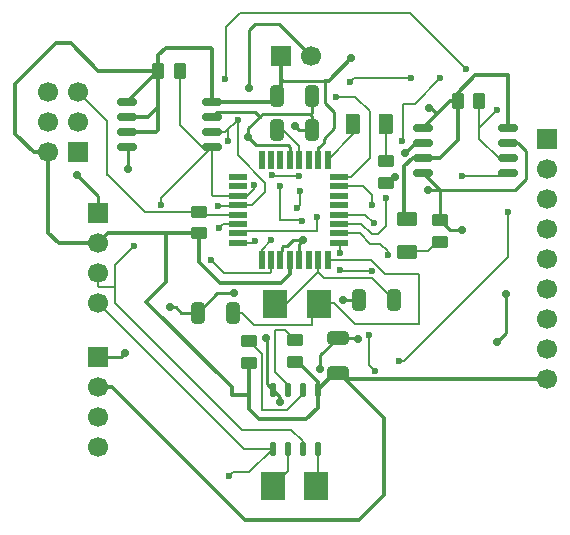
<source format=gbr>
%TF.GenerationSoftware,KiCad,Pcbnew,9.0.1*%
%TF.CreationDate,2025-11-16T15:10:03+03:00*%
%TF.ProjectId,MCU Datalogger wirh 512KB EEPROM,4d435520-4461-4746-916c-6f6767657220,1*%
%TF.SameCoordinates,Original*%
%TF.FileFunction,Copper,L1,Top*%
%TF.FilePolarity,Positive*%
%FSLAX46Y46*%
G04 Gerber Fmt 4.6, Leading zero omitted, Abs format (unit mm)*
G04 Created by KiCad (PCBNEW 9.0.1) date 2025-11-16 15:10:03*
%MOMM*%
%LPD*%
G01*
G04 APERTURE LIST*
G04 Aperture macros list*
%AMRoundRect*
0 Rectangle with rounded corners*
0 $1 Rounding radius*
0 $2 $3 $4 $5 $6 $7 $8 $9 X,Y pos of 4 corners*
0 Add a 4 corners polygon primitive as box body*
4,1,4,$2,$3,$4,$5,$6,$7,$8,$9,$2,$3,0*
0 Add four circle primitives for the rounded corners*
1,1,$1+$1,$2,$3*
1,1,$1+$1,$4,$5*
1,1,$1+$1,$6,$7*
1,1,$1+$1,$8,$9*
0 Add four rect primitives between the rounded corners*
20,1,$1+$1,$2,$3,$4,$5,0*
20,1,$1+$1,$4,$5,$6,$7,0*
20,1,$1+$1,$6,$7,$8,$9,0*
20,1,$1+$1,$8,$9,$2,$3,0*%
G04 Aperture macros list end*
%TA.AperFunction,SMDPad,CuDef*%
%ADD10RoundRect,0.162500X-0.650000X-0.162500X0.650000X-0.162500X0.650000X0.162500X-0.650000X0.162500X0*%
%TD*%
%TA.AperFunction,SMDPad,CuDef*%
%ADD11RoundRect,0.250000X-0.325000X-0.650000X0.325000X-0.650000X0.325000X0.650000X-0.325000X0.650000X0*%
%TD*%
%TA.AperFunction,SMDPad,CuDef*%
%ADD12R,2.000000X2.400000*%
%TD*%
%TA.AperFunction,SMDPad,CuDef*%
%ADD13RoundRect,0.250000X0.625000X-0.375000X0.625000X0.375000X-0.625000X0.375000X-0.625000X-0.375000X0*%
%TD*%
%TA.AperFunction,SMDPad,CuDef*%
%ADD14RoundRect,0.250000X0.450000X-0.262500X0.450000X0.262500X-0.450000X0.262500X-0.450000X-0.262500X0*%
%TD*%
%TA.AperFunction,SMDPad,CuDef*%
%ADD15RoundRect,0.250000X-0.650000X0.325000X-0.650000X-0.325000X0.650000X-0.325000X0.650000X0.325000X0*%
%TD*%
%TA.AperFunction,ComponentPad*%
%ADD16C,1.700000*%
%TD*%
%TA.AperFunction,ComponentPad*%
%ADD17R,1.700000X1.700000*%
%TD*%
%TA.AperFunction,SMDPad,CuDef*%
%ADD18RoundRect,0.250000X-0.262500X-0.450000X0.262500X-0.450000X0.262500X0.450000X-0.262500X0.450000X0*%
%TD*%
%TA.AperFunction,SMDPad,CuDef*%
%ADD19RoundRect,0.078000X-0.182000X-0.492000X0.182000X-0.492000X0.182000X0.492000X-0.182000X0.492000X0*%
%TD*%
%TA.AperFunction,SMDPad,CuDef*%
%ADD20RoundRect,0.250000X0.375000X0.625000X-0.375000X0.625000X-0.375000X-0.625000X0.375000X-0.625000X0*%
%TD*%
%TA.AperFunction,SMDPad,CuDef*%
%ADD21R,1.600000X0.550000*%
%TD*%
%TA.AperFunction,SMDPad,CuDef*%
%ADD22R,0.550000X1.600000*%
%TD*%
%TA.AperFunction,ViaPad*%
%ADD23C,0.700000*%
%TD*%
%TA.AperFunction,ViaPad*%
%ADD24C,0.600000*%
%TD*%
%TA.AperFunction,Conductor*%
%ADD25C,0.250000*%
%TD*%
%TA.AperFunction,Conductor*%
%ADD26C,0.300000*%
%TD*%
%TA.AperFunction,Conductor*%
%ADD27C,0.200000*%
%TD*%
G04 APERTURE END LIST*
D10*
%TO.P,U2,8,VCC*%
%TO.N,/Vcc*%
X154018500Y-86257100D03*
%TO.P,U2,7,WP*%
%TO.N,GND*%
X154018500Y-87527100D03*
%TO.P,U2,6,SCL*%
%TO.N,/SCL*%
X154018500Y-88797100D03*
%TO.P,U2,5,SDA*%
%TO.N,/SDA*%
X154018500Y-90067100D03*
%TO.P,U2,4,GND*%
%TO.N,GND*%
X146843500Y-90067100D03*
%TO.P,U2,3,A2*%
%TO.N,/Vcc*%
X146843500Y-88797100D03*
%TO.P,U2,2,A1*%
%TO.N,GND*%
X146843500Y-87527100D03*
%TO.P,U2,1,A0*%
%TO.N,/Vcc*%
X146843500Y-86257100D03*
%TD*%
D11*
%TO.P,C5,2*%
%TO.N,GND*%
X137393500Y-83587100D03*
%TO.P,C5,1*%
%TO.N,/Vcc*%
X134443500Y-83587100D03*
%TD*%
D12*
%TO.P,Y1,2,2*%
%TO.N,Net-(IC1-PB6)*%
X134318500Y-101187100D03*
%TO.P,Y1,1,1*%
%TO.N,Net-(IC1-PB7)*%
X138018500Y-101187100D03*
%TD*%
D13*
%TO.P,D2,2,A*%
%TO.N,/Vcc*%
X145493500Y-93937100D03*
%TO.P,D2,1,K*%
%TO.N,Net-(D2-K)*%
X145493500Y-96737100D03*
%TD*%
D14*
%TO.P,R7,2*%
%TO.N,Net-(D1-K)*%
X143718500Y-89074600D03*
%TO.P,R7,1*%
%TO.N,GND*%
X143718500Y-90899600D03*
%TD*%
%TO.P,R4,2*%
%TO.N,Net-(U3-!INTA)*%
X132043500Y-104312100D03*
%TO.P,R4,1*%
%TO.N,/Vcc*%
X132043500Y-106137100D03*
%TD*%
D15*
%TO.P,C4,2*%
%TO.N,/Vcc*%
X139593500Y-106962100D03*
%TO.P,C4,1*%
%TO.N,GND*%
X139593500Y-104012100D03*
%TD*%
D14*
%TO.P,R6,2*%
%TO.N,/RESET*%
X127843500Y-93349600D03*
%TO.P,R6,1*%
%TO.N,/Vcc*%
X127843500Y-95174600D03*
%TD*%
D16*
%TO.P,J3,9,Pin_9*%
%TO.N,/Vcc*%
X157268500Y-107502100D03*
%TO.P,J3,8,Pin_8*%
%TO.N,GND*%
X157268500Y-104962100D03*
%TO.P,J3,7,Pin_7*%
%TO.N,/D8*%
X157268500Y-102422100D03*
%TO.P,J3,6,Pin_6*%
%TO.N,/D7*%
X157268500Y-99882100D03*
%TO.P,J3,5,Pin_5*%
%TO.N,/D6*%
X157268500Y-97342100D03*
%TO.P,J3,4,Pin_4*%
%TO.N,/D5*%
X157268500Y-94802100D03*
%TO.P,J3,3,Pin_3*%
%TO.N,/D4*%
X157268500Y-92262100D03*
%TO.P,J3,2,Pin_2*%
%TO.N,/D3*%
X157268500Y-89722100D03*
D17*
%TO.P,J3,1,Pin_1*%
%TO.N,/D2*%
X157268500Y-87182100D03*
%TD*%
D12*
%TO.P,Y2,2,2*%
%TO.N,Net-(U3-X2)*%
X137793500Y-116587100D03*
%TO.P,Y2,1,1*%
%TO.N,Net-(U3-X1)*%
X134093500Y-116587100D03*
%TD*%
D16*
%TO.P,BT1,2,-*%
%TO.N,GND*%
X137368500Y-80162100D03*
D17*
%TO.P,BT1,1,+*%
%TO.N,/Vcc*%
X134828500Y-80162100D03*
%TD*%
D16*
%TO.P,J1,4,Pin_4*%
%TO.N,/SCL*%
X119293500Y-101112100D03*
%TO.P,J1,3,Pin_3*%
%TO.N,/SDA*%
X119293500Y-98572100D03*
%TO.P,J1,2,Pin_2*%
%TO.N,/Vcc*%
X119293500Y-96032100D03*
D17*
%TO.P,J1,1,Pin_1*%
%TO.N,GND*%
X119293500Y-93492100D03*
%TD*%
D11*
%TO.P,C3,2*%
%TO.N,Net-(IC1-PB6)*%
X144368500Y-100812100D03*
%TO.P,C3,1*%
%TO.N,GND*%
X141418500Y-100812100D03*
%TD*%
%TO.P,C2,2*%
%TO.N,Net-(IC1-PB7)*%
X130693500Y-101887100D03*
%TO.P,C2,1*%
%TO.N,GND*%
X127743500Y-101887100D03*
%TD*%
D10*
%TO.P,U1,8,VCC*%
%TO.N,/Vcc*%
X128943500Y-84067100D03*
%TO.P,U1,7,WP*%
%TO.N,GND*%
X128943500Y-85337100D03*
%TO.P,U1,6,SCL*%
%TO.N,/SCL*%
X128943500Y-86607100D03*
%TO.P,U1,5,SDA*%
%TO.N,/SDA*%
X128943500Y-87877100D03*
%TO.P,U1,4,GND*%
%TO.N,GND*%
X121768500Y-87877100D03*
%TO.P,U1,3,A2*%
%TO.N,/Vcc*%
X121768500Y-86607100D03*
%TO.P,U1,2,A1*%
X121768500Y-85337100D03*
%TO.P,U1,1,A0*%
X121768500Y-84067100D03*
%TD*%
D14*
%TO.P,R5,2*%
%TO.N,Net-(U3-SQW{slash}~INT)*%
X135943500Y-104237100D03*
%TO.P,R5,1*%
%TO.N,/Vcc*%
X135943500Y-106062100D03*
%TD*%
%TO.P,R1,2*%
%TO.N,GND*%
X148268500Y-94049600D03*
%TO.P,R1,1*%
%TO.N,Net-(D2-K)*%
X148268500Y-95874600D03*
%TD*%
D18*
%TO.P,R3,2*%
%TO.N,/SCL*%
X151568500Y-84012100D03*
%TO.P,R3,1*%
%TO.N,/Vcc*%
X149743500Y-84012100D03*
%TD*%
D11*
%TO.P,C1,2*%
%TO.N,GND*%
X137393900Y-86431100D03*
%TO.P,C1,1*%
%TO.N,Net-(IC1-AREF)*%
X134443900Y-86431100D03*
%TD*%
D19*
%TO.P,U3,8,GND*%
%TO.N,GND*%
X134083500Y-108409600D03*
%TO.P,U3,7,SQW/~INT*%
%TO.N,Net-(U3-SQW{slash}~INT)*%
X135353500Y-108409600D03*
%TO.P,U3,6,!INTA*%
%TO.N,Net-(U3-!INTA)*%
X136623500Y-108409600D03*
%TO.P,U3,5,VCC*%
%TO.N,/Vcc*%
X137893500Y-108409600D03*
%TO.P,U3,4,X2*%
%TO.N,Net-(U3-X2)*%
X137893500Y-113449600D03*
%TO.P,U3,3,SDA*%
%TO.N,/SDA*%
X136623500Y-113449600D03*
%TO.P,U3,2,X1*%
%TO.N,Net-(U3-X1)*%
X135353500Y-113449600D03*
%TO.P,U3,1,SCL*%
%TO.N,/SCL*%
X134083500Y-113449600D03*
%TD*%
D16*
%TO.P,J4,6,Pin_6*%
%TO.N,GND*%
X115053500Y-83207100D03*
%TO.P,J4,5,Pin_5*%
%TO.N,/RESET*%
X117593500Y-83207100D03*
%TO.P,J4,4,Pin_4*%
%TO.N,/MOSI*%
X115053500Y-85747100D03*
%TO.P,J4,3,Pin_3*%
%TO.N,/SCL*%
X117593500Y-85747100D03*
%TO.P,J4,2,Pin_2*%
%TO.N,/Vcc*%
X115053500Y-88287100D03*
D17*
%TO.P,J4,1,Pin_1*%
%TO.N,/MISO*%
X117593500Y-88287100D03*
%TD*%
D20*
%TO.P,D1,2,A*%
%TO.N,Net-(D1-A)*%
X140893500Y-85887100D03*
%TO.P,D1,1,K*%
%TO.N,Net-(D1-K)*%
X143693500Y-85887100D03*
%TD*%
D18*
%TO.P,R2,2*%
%TO.N,/SDA*%
X126231000Y-81437100D03*
%TO.P,R2,1*%
%TO.N,/Vcc*%
X124406000Y-81437100D03*
%TD*%
D21*
%TO.P,IC1,32,PD2*%
%TO.N,/D2*%
X131168500Y-95987100D03*
%TO.P,IC1,31,PD1*%
%TO.N,/TX*%
X131168500Y-95187100D03*
%TO.P,IC1,30,PD0*%
%TO.N,/RX*%
X131168500Y-94387100D03*
%TO.P,IC1,29,PC6*%
%TO.N,/RESET*%
X131168500Y-93587100D03*
%TO.P,IC1,28,PC5*%
%TO.N,/SCL*%
X131168500Y-92787100D03*
%TO.P,IC1,27,PC4*%
%TO.N,/SDA*%
X131168500Y-91987100D03*
%TO.P,IC1,26,PC3*%
%TO.N,unconnected-(IC1-PC3-Pad26)*%
X131168500Y-91187100D03*
%TO.P,IC1,25,PC2*%
%TO.N,unconnected-(IC1-PC2-Pad25)*%
X131168500Y-90387100D03*
D22*
%TO.P,IC1,24,PC1*%
%TO.N,unconnected-(IC1-PC1-Pad24)*%
X133143500Y-88937100D03*
%TO.P,IC1,23,PC0*%
%TO.N,unconnected-(IC1-PC0-Pad23)*%
X133943500Y-88937100D03*
%TO.P,IC1,22,ADC7*%
%TO.N,unconnected-(IC1-ADC7-Pad22)*%
X134743500Y-88937100D03*
%TO.P,IC1,21,GND*%
%TO.N,GND*%
X135543500Y-88937100D03*
%TO.P,IC1,20,AREF*%
%TO.N,Net-(IC1-AREF)*%
X136343500Y-88937100D03*
%TO.P,IC1,19,ADC6*%
%TO.N,unconnected-(IC1-ADC6-Pad19)*%
X137143500Y-88937100D03*
%TO.P,IC1,18,AVCC*%
%TO.N,/Vcc*%
X137943500Y-88937100D03*
%TO.P,IC1,17,PB5*%
%TO.N,Net-(D1-A)*%
X138743500Y-88937100D03*
D21*
%TO.P,IC1,16,PB4*%
%TO.N,/MISO*%
X139668500Y-90387100D03*
%TO.P,IC1,15,PB3*%
%TO.N,/MOSI*%
X139668500Y-91187100D03*
%TO.P,IC1,14,PB2*%
%TO.N,unconnected-(IC1-PB2-Pad14)*%
X139668500Y-91987100D03*
%TO.P,IC1,13,PB1*%
%TO.N,unconnected-(IC1-PB1-Pad13)*%
X139668500Y-92787100D03*
%TO.P,IC1,12,PB0*%
%TO.N,/D8*%
X139668500Y-93587100D03*
%TO.P,IC1,11,PD7*%
%TO.N,/D7*%
X139668500Y-94387100D03*
%TO.P,IC1,10,PD6*%
%TO.N,/D6*%
X139668500Y-95187100D03*
%TO.P,IC1,9,PD5*%
%TO.N,/D5*%
X139668500Y-95987100D03*
D22*
%TO.P,IC1,8,PB7*%
%TO.N,Net-(IC1-PB7)*%
X138743500Y-97437100D03*
%TO.P,IC1,7,PB6*%
%TO.N,Net-(IC1-PB6)*%
X137943500Y-97437100D03*
%TO.P,IC1,6,VCC*%
%TO.N,unconnected-(IC1-VCC-Pad6)*%
X137143500Y-97437100D03*
%TO.P,IC1,5,GND*%
%TO.N,GND*%
X136343500Y-97437100D03*
%TO.P,IC1,4,VCC*%
%TO.N,/Vcc*%
X135543500Y-97437100D03*
%TO.P,IC1,3,GND*%
%TO.N,GND*%
X134743500Y-97437100D03*
%TO.P,IC1,2,PD4*%
%TO.N,/D4*%
X133943500Y-97437100D03*
%TO.P,IC1,1,PD3*%
%TO.N,/D3*%
X133143500Y-97437100D03*
%TD*%
D16*
%TO.P,J2,4,Pin_4*%
%TO.N,/TX*%
X119293500Y-113247100D03*
%TO.P,J2,3,Pin_3*%
%TO.N,/RX*%
X119293500Y-110707100D03*
%TO.P,J2,2,Pin_2*%
%TO.N,/Vcc*%
X119293500Y-108167100D03*
D17*
%TO.P,J2,1,Pin_1*%
%TO.N,GND*%
X119293500Y-105627100D03*
%TD*%
D23*
%TO.N,GND*%
X134725100Y-109462100D03*
X150092100Y-94863900D03*
X153063900Y-104363500D03*
X125377900Y-101442500D03*
X141278300Y-104084100D03*
X147196500Y-91512100D03*
X138093500Y-106687100D03*
X133543500Y-104058700D03*
X145253400Y-88399600D03*
X135944300Y-86050100D03*
X140008300Y-100832900D03*
X117478500Y-90212100D03*
X121567900Y-105277900D03*
X130838900Y-100223300D03*
X132108900Y-82849700D03*
X153800500Y-100350300D03*
X121821900Y-89733100D03*
X144427900Y-90393500D03*
X132032700Y-87040700D03*
X136655500Y-95778300D03*
%TO.N,/Vcc*%
X140744900Y-80360500D03*
X147320725Y-84554275D03*
D24*
%TO.N,/SDA*%
X132489900Y-91104700D03*
X122380700Y-96210100D03*
X136274500Y-90291900D03*
X134064700Y-90266500D03*
X124666700Y-92749600D03*
X150142900Y-90291900D03*
%TO.N,/RX*%
X129543500Y-94737100D03*
%TO.N,/D2*%
X145068500Y-87387100D03*
X136118500Y-93062100D03*
X132616900Y-95803700D03*
X136368500Y-91612100D03*
X148268500Y-82062100D03*
%TO.N,/D7*%
X143693500Y-92212100D03*
%TO.N,/TX*%
X137868500Y-93762100D03*
%TO.N,/MOSI*%
X142468500Y-92737100D03*
%TO.N,/D5*%
X139793500Y-96812100D03*
X139818500Y-98312100D03*
X142718500Y-106802100D03*
X142469973Y-98362100D03*
X142268500Y-103762100D03*
%TO.N,/D6*%
X143843500Y-97018431D03*
%TO.N,/D4*%
X154018500Y-93337100D03*
X128868500Y-97462100D03*
X144743500Y-105987100D03*
%TO.N,/SCL*%
X153063900Y-84754700D03*
X150447700Y-81274900D03*
X129493500Y-92841100D03*
X130051500Y-82087700D03*
X130330900Y-87396300D03*
X130393500Y-115737100D03*
X131118500Y-85562100D03*
%TO.N,/D3*%
X140668500Y-82362100D03*
X145793500Y-82037100D03*
X134743500Y-91187100D03*
X133941500Y-95762100D03*
X136593500Y-94162100D03*
%TO.N,/D8*%
X142643500Y-94312100D03*
%TO.N,/MISO*%
X139443500Y-83612100D03*
%TD*%
D25*
%TO.N,GND*%
X154594300Y-91485700D02*
X148274900Y-91485700D01*
X155502300Y-90577700D02*
X154594300Y-91485700D01*
X155502300Y-88198401D02*
X155502300Y-90577700D01*
X154830999Y-87527100D02*
X155502300Y-88198401D01*
X154018500Y-87527100D02*
X154830999Y-87527100D01*
D26*
%TO.N,/Vcc*%
X112296900Y-82494100D02*
X115700500Y-79090500D01*
X119317100Y-81437100D02*
X124406000Y-81437100D01*
X112296900Y-86743100D02*
X112296900Y-82494100D01*
X112300000Y-86740000D02*
X112296900Y-86743100D01*
X113847100Y-88287100D02*
X112300000Y-86740000D01*
X115053500Y-88287100D02*
X113847100Y-88287100D01*
X115700500Y-79090500D02*
X116970500Y-79090500D01*
X116970500Y-79090500D02*
X119317100Y-81437100D01*
D27*
%TO.N,/SCL*%
X130153100Y-81986100D02*
X130051500Y-82087700D01*
X131279500Y-76550500D02*
X130153100Y-77676900D01*
X130153100Y-77676900D02*
X130153100Y-81986100D01*
X145723300Y-76550500D02*
X131279500Y-76550500D01*
X150447700Y-81274900D02*
X145723300Y-76550500D01*
D26*
%TO.N,/Vcc*%
X137893500Y-109987100D02*
X137893500Y-108409600D01*
X136943500Y-110937100D02*
X137893500Y-109987100D01*
X132917100Y-110937100D02*
X136943500Y-110937100D01*
X132043500Y-110063500D02*
X132917100Y-110937100D01*
X132043500Y-108859300D02*
X132043500Y-110063500D01*
X143518500Y-117371500D02*
X143518500Y-110787100D01*
X143518500Y-110787100D02*
X139618500Y-106887100D01*
X141402900Y-119487100D02*
X143518500Y-117371500D01*
X120457100Y-108167100D02*
X131777100Y-119487100D01*
X131777100Y-119487100D02*
X141402900Y-119487100D01*
X119293500Y-108167100D02*
X120457100Y-108167100D01*
X115962100Y-96032100D02*
X119293500Y-96032100D01*
X115043500Y-95106500D02*
X115040000Y-95110000D01*
X115040000Y-95110000D02*
X115962100Y-96032100D01*
X115043500Y-89087100D02*
X115043500Y-95106500D01*
X115053500Y-89077100D02*
X115043500Y-89087100D01*
X115053500Y-88287100D02*
X115053500Y-89077100D01*
D25*
%TO.N,GND*%
X137393500Y-83587100D02*
X137393500Y-85007300D01*
X134979100Y-96261100D02*
X134892500Y-96347700D01*
X137393900Y-86431100D02*
X136325300Y-86431100D01*
X139593500Y-104012100D02*
X138093500Y-105512100D01*
X134892500Y-96703100D02*
X134743500Y-96852100D01*
X134725100Y-109051200D02*
X134083500Y-108409600D01*
X136343500Y-96090300D02*
X136655500Y-95778300D01*
X129398900Y-84881700D02*
X132591500Y-84881700D01*
X126355900Y-101887100D02*
X127743500Y-101887100D01*
X119293500Y-105627100D02*
X121218700Y-105627100D01*
X148268500Y-91492100D02*
X148268500Y-94049600D01*
X135543500Y-87887100D02*
X135363500Y-87707100D01*
X140008300Y-100832900D02*
X141397700Y-100832900D01*
X149082800Y-94863900D02*
X148268500Y-94049600D01*
X148274900Y-91485700D02*
X148268500Y-91492100D01*
X121218700Y-105627100D02*
X121567900Y-105277900D01*
X138093500Y-105512100D02*
X138093500Y-106687100D01*
X134083500Y-108409600D02*
X133619500Y-107945600D01*
X119293500Y-93492100D02*
X119293500Y-92027100D01*
X132591500Y-84881700D02*
X132997900Y-85288100D01*
X127743500Y-101887100D02*
X129407300Y-100223300D01*
X136655500Y-95778300D02*
X135817300Y-95778300D01*
X136325300Y-86431100D02*
X135944300Y-86050100D01*
X132108900Y-77922100D02*
X132108900Y-82849700D01*
X153800500Y-103626900D02*
X153063900Y-104363500D01*
X135817300Y-95778300D02*
X135334500Y-96261100D01*
X119293500Y-92027100D02*
X117478500Y-90212100D01*
X135543500Y-88937100D02*
X135543500Y-87887100D01*
X137315900Y-85186500D02*
X137443500Y-85314100D01*
X137368500Y-80162100D02*
X134645900Y-77439500D01*
X133061400Y-85224600D02*
X133201100Y-85084900D01*
X132699100Y-87707100D02*
X132032700Y-87040700D01*
X134892500Y-96347700D02*
X134892500Y-96703100D01*
X153800500Y-101494100D02*
X153800500Y-100350300D01*
X148274900Y-91485700D02*
X147222900Y-91485700D01*
X137315900Y-85084900D02*
X137315900Y-85186500D01*
X141206300Y-104012100D02*
X141278300Y-104084100D01*
X125911300Y-101442500D02*
X126355900Y-101887100D01*
X139593500Y-104012100D02*
X141206300Y-104012100D01*
X121821900Y-89733100D02*
X121821900Y-87930500D01*
X135363500Y-87707100D02*
X132699100Y-87707100D01*
X125377900Y-101442500D02*
X125911300Y-101442500D01*
X146125900Y-87527100D02*
X146843500Y-87527100D01*
X137443500Y-86381500D02*
X137393900Y-86431100D01*
X132032700Y-87040700D02*
X132032700Y-86253300D01*
X137393500Y-85007300D02*
X137315900Y-85084900D01*
X133201100Y-85084900D02*
X137315900Y-85084900D01*
X134645900Y-77439500D02*
X132591500Y-77439500D01*
X132591500Y-77439500D02*
X132108900Y-77922100D01*
X132032700Y-86253300D02*
X133061400Y-85224600D01*
X153800500Y-101494100D02*
X153800500Y-103626900D01*
X134743500Y-96852100D02*
X134743500Y-97437100D01*
X136343500Y-97437100D02*
X136343500Y-96090300D01*
X150092100Y-94863900D02*
X149082800Y-94863900D01*
X129407300Y-100223300D02*
X130838900Y-100223300D01*
X146843500Y-90067100D02*
X148268500Y-91492100D01*
X128943500Y-85337100D02*
X129398900Y-84881700D01*
X133619500Y-104134700D02*
X133543500Y-104058700D01*
X135334500Y-96261100D02*
X134979100Y-96261100D01*
X121821900Y-87930500D02*
X121768500Y-87877100D01*
X134725100Y-109462100D02*
X134725100Y-109051200D01*
X141397700Y-100832900D02*
X141418500Y-100812100D01*
X143921800Y-90899600D02*
X144427900Y-90393500D01*
X137443500Y-85314100D02*
X137443500Y-86381500D01*
X145253400Y-88399600D02*
X146125900Y-87527100D01*
X147222900Y-91485700D02*
X147196500Y-91512100D01*
X133619500Y-107945600D02*
X133619500Y-104134700D01*
X132997900Y-85288100D02*
X133061400Y-85224600D01*
X143718500Y-90899600D02*
X143921800Y-90899600D01*
D26*
%TO.N,/Vcc*%
X147529475Y-84554275D02*
X147320725Y-84554275D01*
X125073100Y-95174600D02*
X127843500Y-95174600D01*
X124406000Y-80099600D02*
X124406000Y-81437100D01*
X128943500Y-79537100D02*
X128893500Y-79487100D01*
X125073100Y-95174600D02*
X125073100Y-99283500D01*
D25*
X137943500Y-88937100D02*
X137943500Y-87884900D01*
D26*
X139593500Y-106887100D02*
X139541000Y-106834600D01*
X157268500Y-107502100D02*
X140233500Y-107502100D01*
X134828500Y-80162100D02*
X134828500Y-82113100D01*
X124398500Y-81437100D02*
X121768500Y-84067100D01*
D25*
X138395700Y-87154700D02*
X139271700Y-86278700D01*
D26*
X137893500Y-107737100D02*
X136218500Y-106062100D01*
X124406000Y-81437100D02*
X124398500Y-81437100D01*
X151193500Y-81812100D02*
X149743500Y-83262100D01*
X154018500Y-81837100D02*
X153993500Y-81812100D01*
D25*
X134980900Y-82265500D02*
X134828500Y-82113100D01*
X139271700Y-86278700D02*
X139271700Y-84881700D01*
X137943500Y-87884900D02*
X138035926Y-87884900D01*
D26*
X148037900Y-85062700D02*
X147529475Y-84554275D01*
X145493500Y-93937100D02*
X145218500Y-93662100D01*
X129593500Y-99387100D02*
X134770500Y-99387100D01*
X119293500Y-96032100D02*
X120151000Y-95174600D01*
X125018500Y-79487100D02*
X124406000Y-80099600D01*
X123396700Y-100959900D02*
X130661100Y-108224300D01*
D25*
X138395700Y-87525126D02*
X138395700Y-87154700D01*
D26*
X124406000Y-84499600D02*
X124406000Y-81437100D01*
D25*
X138509700Y-84119700D02*
X138509700Y-82265500D01*
D26*
X120151000Y-95174600D02*
X125073100Y-95174600D01*
X130661100Y-108833900D02*
X132018100Y-108833900D01*
X149088500Y-84012100D02*
X148037900Y-85062700D01*
X132043500Y-106137100D02*
X132043500Y-108859300D01*
X149743500Y-84012100D02*
X149088500Y-84012100D01*
X128943500Y-84067100D02*
X128943500Y-79537100D01*
X127843500Y-97637100D02*
X129593500Y-99387100D01*
X145218500Y-93662100D02*
X145218500Y-89512100D01*
X139468500Y-106834600D02*
X137893500Y-108409600D01*
D25*
X138035926Y-87884900D02*
X138395700Y-87525126D01*
D26*
X134770500Y-99387100D02*
X135543500Y-98614100D01*
X128893500Y-79487100D02*
X125018500Y-79487100D01*
X139541000Y-106834600D02*
X139468500Y-106834600D01*
X121768500Y-86607100D02*
X124223500Y-86607100D01*
X139618500Y-106937100D02*
X139593500Y-106962100D01*
X128943500Y-84067100D02*
X133963500Y-84067100D01*
X134828500Y-82113100D02*
X134828500Y-83202100D01*
D25*
X138509700Y-82265500D02*
X134980900Y-82265500D01*
D26*
X148258500Y-88797100D02*
X149743500Y-87312100D01*
X133963500Y-84067100D02*
X134443500Y-83587100D01*
X138839900Y-82265500D02*
X138509700Y-82265500D01*
X139618500Y-106887100D02*
X139618500Y-106937100D01*
X134828500Y-83202100D02*
X134443500Y-83587100D01*
X153993500Y-81812100D02*
X151193500Y-81812100D01*
X146843500Y-88797100D02*
X148258500Y-88797100D01*
X149743500Y-87312100D02*
X149743500Y-84012100D01*
X125073100Y-99283500D02*
X123396700Y-100959900D01*
X148037900Y-85062700D02*
X146843500Y-86257100D01*
X145933500Y-88797100D02*
X146843500Y-88797100D01*
X154018500Y-86257100D02*
X154018500Y-81837100D01*
X140744900Y-80360500D02*
X138839900Y-82265500D01*
X140233500Y-107502100D02*
X139618500Y-106887100D01*
X124223500Y-86607100D02*
X124406000Y-86424600D01*
D25*
X139271700Y-84881700D02*
X138509700Y-84119700D01*
D26*
X139593500Y-106962100D02*
X139593500Y-106887100D01*
X136218500Y-106062100D02*
X135943500Y-106062100D01*
X153603878Y-86257100D02*
X154018500Y-86257100D01*
X121768500Y-85337100D02*
X123568500Y-85337100D01*
X130661100Y-108224300D02*
X130661100Y-108833900D01*
X149743500Y-83262100D02*
X149743500Y-84012100D01*
X145218500Y-89512100D02*
X145933500Y-88797100D01*
X127843500Y-95174600D02*
X127843500Y-97637100D01*
X135543500Y-98614100D02*
X135543500Y-97437100D01*
X123568500Y-85337100D02*
X124406000Y-84499600D01*
X137893500Y-108409600D02*
X137893500Y-107737100D01*
X124406000Y-86424600D02*
X124406000Y-84499600D01*
D27*
%TO.N,Net-(IC1-AREF)*%
X134443900Y-86431100D02*
X134560500Y-86431100D01*
X135043500Y-86487100D02*
X136343500Y-87787100D01*
X136343500Y-87787100D02*
X136343500Y-88937100D01*
X134560500Y-86431100D02*
X134616500Y-86487100D01*
X134616500Y-86487100D02*
X135043500Y-86487100D01*
%TO.N,Net-(IC1-PB7)*%
X137718500Y-101137100D02*
X137743500Y-101112100D01*
X137418500Y-102912100D02*
X137418500Y-101237100D01*
X137518500Y-101137100D02*
X137718500Y-101137100D01*
X143593500Y-98637100D02*
X142393500Y-97437100D01*
X138018500Y-101187100D02*
X138093500Y-101112100D01*
X146468500Y-98637100D02*
X143593500Y-98637100D01*
X137418500Y-101237100D02*
X137518500Y-101137100D01*
X138093500Y-101112100D02*
X139268500Y-101112100D01*
X146443500Y-102887100D02*
X146468500Y-102862100D01*
X146468500Y-102862100D02*
X146468500Y-98637100D01*
X137943500Y-101112100D02*
X138018500Y-101187100D01*
X130693500Y-101887100D02*
X131468500Y-101887100D01*
X132493500Y-102912100D02*
X137418500Y-102912100D01*
X138243500Y-100812100D02*
X137968500Y-101087100D01*
X137968500Y-101087100D02*
X137968500Y-101137100D01*
X137968500Y-101137100D02*
X138018500Y-101187100D01*
X131468500Y-101887100D02*
X132493500Y-102912100D01*
X137743500Y-101112100D02*
X137943500Y-101112100D01*
X139268500Y-101112100D02*
X141043500Y-102887100D01*
X142393500Y-97437100D02*
X138743500Y-97437100D01*
X141043500Y-102887100D02*
X146443500Y-102887100D01*
%TO.N,Net-(IC1-PB6)*%
X138468500Y-98962100D02*
X137943500Y-98437100D01*
X144368500Y-100812100D02*
X142518500Y-98962100D01*
X137943500Y-98410100D02*
X137943500Y-97437100D01*
X134443500Y-101287100D02*
X135066500Y-101287100D01*
X134343500Y-101187100D02*
X134443500Y-101287100D01*
X142518500Y-98962100D02*
X138468500Y-98962100D01*
X137943500Y-98437100D02*
X137943500Y-97437100D01*
X134318500Y-101187100D02*
X134343500Y-101187100D01*
X135066500Y-101287100D02*
X137943500Y-98410100D01*
%TO.N,Net-(D1-A)*%
X138743500Y-88937100D02*
X140893500Y-86787100D01*
X140893500Y-86787100D02*
X140893500Y-85887100D01*
%TO.N,Net-(D1-K)*%
X143693500Y-89049600D02*
X143718500Y-89074600D01*
X143693500Y-85887100D02*
X143693500Y-89049600D01*
%TO.N,Net-(D2-K)*%
X145493500Y-96737100D02*
X145518500Y-96712100D01*
X147193500Y-96712100D02*
X148031000Y-95874600D01*
X145518500Y-96712100D02*
X147193500Y-96712100D01*
X148031000Y-95874600D02*
X148268500Y-95874600D01*
%TO.N,/SDA*%
X128943500Y-87877100D02*
X128131001Y-87877100D01*
X136623500Y-112792100D02*
X135643500Y-111812100D01*
X132489900Y-91409500D02*
X131912300Y-91987100D01*
X119343500Y-99687100D02*
X119293500Y-99637100D01*
X119293500Y-99637100D02*
X119293500Y-98572100D01*
X132489900Y-91104700D02*
X132489900Y-91409500D01*
X134090100Y-90291900D02*
X134064700Y-90266500D01*
X131468500Y-111812100D02*
X120693500Y-101037100D01*
X153793700Y-90291900D02*
X150142900Y-90291900D01*
X128943500Y-87877100D02*
X128943500Y-91937100D01*
X120693500Y-99687100D02*
X119343500Y-99687100D01*
X136274500Y-90291900D02*
X134090100Y-90291900D01*
X120693500Y-101037100D02*
X120693500Y-99687100D01*
X128943500Y-91937100D02*
X129018500Y-92012100D01*
X135643500Y-111812100D02*
X131468500Y-111812100D01*
X131912300Y-91987100D02*
X131168500Y-91987100D01*
X120693500Y-97897300D02*
X122380700Y-96210100D01*
X154018500Y-90067100D02*
X153793700Y-90291900D01*
X129018500Y-92012100D02*
X129043500Y-91987100D01*
X120693500Y-99687100D02*
X120693500Y-97897300D01*
X131143500Y-92012100D02*
X131168500Y-91987100D01*
X128131001Y-87877100D02*
X126231000Y-85977099D01*
X129043500Y-91987100D02*
X131168500Y-91987100D01*
X136623500Y-113449600D02*
X136623500Y-112792100D01*
X126231000Y-85977099D02*
X126231000Y-81437100D01*
X124666700Y-92749600D02*
X124666700Y-92153900D01*
X124666700Y-92153900D02*
X128943500Y-87877100D01*
%TO.N,/RX*%
X129543500Y-94737100D02*
X129893500Y-94387100D01*
X129893500Y-94387100D02*
X131168500Y-94387100D01*
%TO.N,/D2*%
X136368500Y-92812100D02*
X136118500Y-93062100D01*
X136368500Y-91612100D02*
X136368500Y-92812100D01*
X132433500Y-95987100D02*
X131168500Y-95987100D01*
X132616900Y-95803700D02*
X132433500Y-95987100D01*
X148268500Y-82062100D02*
X146118500Y-84212100D01*
X146118500Y-84212100D02*
X145143500Y-84212100D01*
X145143500Y-84212100D02*
X145143500Y-87312100D01*
X145143500Y-87312100D02*
X145068500Y-87387100D01*
%TO.N,/D7*%
X143693500Y-92212100D02*
X143668500Y-92237100D01*
X141595500Y-94387100D02*
X139668500Y-94387100D01*
X142993500Y-95262100D02*
X142470500Y-95262100D01*
X143668500Y-92237100D02*
X143668500Y-94587100D01*
X143668500Y-94587100D02*
X142993500Y-95262100D01*
X142470500Y-95262100D02*
X141595500Y-94387100D01*
%TO.N,/TX*%
X137843500Y-93891100D02*
X137843500Y-94965500D01*
X131390100Y-94965500D02*
X131168500Y-95187100D01*
X137843500Y-94965500D02*
X131390100Y-94965500D01*
X137972500Y-93762100D02*
X137843500Y-93891100D01*
X137868500Y-93762100D02*
X137972500Y-93762100D01*
%TO.N,/RESET*%
X123281000Y-93349600D02*
X127843500Y-93349600D01*
X120093500Y-90237100D02*
X120168500Y-90237100D01*
X117593500Y-83207100D02*
X120093500Y-85707100D01*
X127843500Y-93349600D02*
X128081000Y-93587100D01*
X120168500Y-90237100D02*
X123281000Y-93349600D01*
X128081000Y-93587100D02*
X131168500Y-93587100D01*
X120093500Y-85707100D02*
X120093500Y-90237100D01*
X117593500Y-83207100D02*
X117628500Y-83172100D01*
%TO.N,/MOSI*%
X142468500Y-92737100D02*
X142468500Y-91937100D01*
X142468500Y-91937100D02*
X141718500Y-91187100D01*
X141718500Y-91187100D02*
X139668500Y-91187100D01*
%TO.N,/D5*%
X142268500Y-106352100D02*
X142268500Y-103762100D01*
X139793500Y-96112100D02*
X139668500Y-95987100D01*
X139793500Y-96812100D02*
X139793500Y-96112100D01*
X142718500Y-106802100D02*
X142268500Y-106352100D01*
X139818500Y-98137100D02*
X139818500Y-98312100D01*
X142469973Y-98362100D02*
X140043500Y-98362100D01*
X140043500Y-98362100D02*
X139818500Y-98137100D01*
%TO.N,/D6*%
X141443500Y-95187100D02*
X139668500Y-95187100D01*
X143843500Y-97018431D02*
X143843500Y-96712100D01*
X142293500Y-96037100D02*
X141443500Y-95187100D01*
X143843500Y-96712100D02*
X143168500Y-96037100D01*
X143168500Y-96037100D02*
X142293500Y-96037100D01*
%TO.N,/D4*%
X144743500Y-105987100D02*
X145193500Y-105987100D01*
X128868500Y-97462100D02*
X129944500Y-98538100D01*
X154018500Y-97162100D02*
X154018500Y-93337100D01*
X133842500Y-98538100D02*
X133943500Y-98437100D01*
X133943500Y-98437100D02*
X133943500Y-97437100D01*
X129944500Y-98538100D02*
X133842500Y-98538100D01*
X145193500Y-105987100D02*
X154018500Y-97162100D01*
%TO.N,/SCL*%
X131631000Y-113449600D02*
X119293500Y-101112100D01*
X151568500Y-87159599D02*
X153206001Y-88797100D01*
X131118500Y-85562100D02*
X130073500Y-86607100D01*
X134083500Y-113449600D02*
X131631000Y-113449600D01*
X130393500Y-115737100D02*
X130718500Y-115412100D01*
X131168500Y-92787100D02*
X132331500Y-92787100D01*
X151568500Y-86250100D02*
X153063900Y-84754700D01*
X132121000Y-115412100D02*
X134083500Y-113449600D01*
X132331500Y-92787100D02*
X133429700Y-91688900D01*
X130330900Y-87396300D02*
X130330900Y-86349700D01*
X131114500Y-92841100D02*
X131168500Y-92787100D01*
X130330900Y-86349700D02*
X131118500Y-85562100D01*
X130073500Y-86607100D02*
X128943500Y-86607100D01*
X151568500Y-87159599D02*
X151568500Y-86250100D01*
X151568500Y-84012100D02*
X151568500Y-87159599D01*
X153206001Y-88797100D02*
X154018500Y-88797100D01*
X131118500Y-88579610D02*
X131118500Y-85562100D01*
X133429700Y-90890810D02*
X131118500Y-88579610D01*
X133429700Y-91688900D02*
X133429700Y-90890810D01*
X129493500Y-92841100D02*
X131114500Y-92841100D01*
X130718500Y-115412100D02*
X132121000Y-115412100D01*
%TO.N,/D3*%
X133941500Y-95762100D02*
X133143500Y-96560100D01*
X134743500Y-91187100D02*
X134743500Y-94062100D01*
X136493500Y-94062100D02*
X136593500Y-94162100D01*
X133143500Y-96560100D02*
X133143500Y-97437100D01*
X140993500Y-82037100D02*
X140668500Y-82362100D01*
X134743500Y-94062100D02*
X136493500Y-94062100D01*
X145793500Y-82037100D02*
X140993500Y-82037100D01*
%TO.N,/D8*%
X142643500Y-94312100D02*
X141918500Y-93587100D01*
X141918500Y-93587100D02*
X139668500Y-93587100D01*
%TO.N,/MISO*%
X140743500Y-90387100D02*
X139668500Y-90387100D01*
X142318500Y-84837100D02*
X142318500Y-88812100D01*
X142318500Y-88812100D02*
X140743500Y-90387100D01*
X141093500Y-83612100D02*
X142318500Y-84837100D01*
X139443500Y-83612100D02*
X141093500Y-83612100D01*
%TO.N,Net-(U3-!INTA)*%
X133143500Y-105412100D02*
X132043500Y-104312100D01*
X136623500Y-108409600D02*
X136623500Y-108807100D01*
X136623500Y-108807100D02*
X135268500Y-110162100D01*
X135268500Y-110162100D02*
X133143500Y-110162100D01*
X133143500Y-110162100D02*
X133143500Y-105412100D01*
%TO.N,Net-(U3-SQW{slash}~INT)*%
X135093500Y-103387100D02*
X134243500Y-103387100D01*
X135943500Y-104237100D02*
X135093500Y-103387100D01*
X135353500Y-108022100D02*
X135353500Y-108409600D01*
X134243500Y-103387100D02*
X134243500Y-106912100D01*
X134243500Y-106912100D02*
X135353500Y-108022100D01*
%TO.N,Net-(U3-X1)*%
X135353500Y-115327100D02*
X135353500Y-113449600D01*
X134093500Y-116587100D02*
X135353500Y-115327100D01*
%TO.N,Net-(U3-X2)*%
X137893500Y-116487100D02*
X137893500Y-113449600D01*
X137793500Y-116587100D02*
X137893500Y-116487100D01*
%TD*%
M02*

</source>
